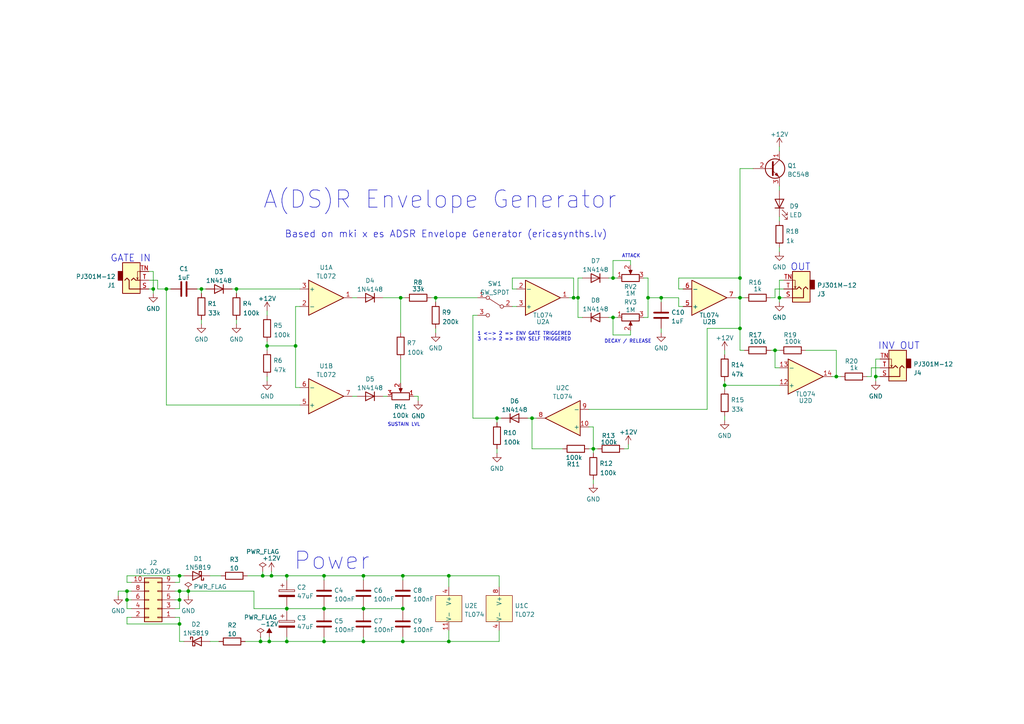
<source format=kicad_sch>
(kicad_sch (version 20211123) (generator eeschema)
  (paper "A4")
  (title_block (title "RW_EM_A(DS)R_EG_A") (date "2022-10-19") (rev "2022-10-19") (comment 1 "Licensed under CERN-OHL-S v2+") (comment 2 "https://github.com/sunfl0w/RW_EM"))
  (lib_symbols
    (symbol "Connector_Generic:Conn_02x05_Odd_Even" (pin_names (offset 1.016) hide)
      (property "Reference" "J" (at 1.27 7.62 0))
      (property "Value" "Conn_02x05_Odd_Even" (at 1.27 -7.62 0))
      (symbol "Conn_02x05_Odd_Even_1_1"
        (rectangle (start -1.27 -4.953) (end 0 -5.207) (stroke (width 0.1524)))
        (rectangle (start -1.27 -2.413) (end 0 -2.667) (stroke (width 0.1524)))
        (rectangle (start -1.27 0.127) (end 0 -0.127) (stroke (width 0.1524)))
        (rectangle (start -1.27 2.667) (end 0 2.413) (stroke (width 0.1524)))
        (rectangle (start -1.27 5.207) (end 0 4.953) (stroke (width 0.1524)))
        (rectangle (start -1.27 6.35) (end 3.81 -6.35) (stroke (width 0.254)) (fill (type background)))
        (rectangle (start 3.81 -4.953) (end 2.54 -5.207) (stroke (width 0.1524)))
        (rectangle (start 3.81 -2.413) (end 2.54 -2.667) (stroke (width 0.1524)))
        (rectangle (start 3.81 0.127) (end 2.54 -0.127) (stroke (width 0.1524)))
        (rectangle (start 3.81 2.667) (end 2.54 2.413) (stroke (width 0.1524)))
        (rectangle (start 3.81 5.207) (end 2.54 4.953) (stroke (width 0.1524)))
        (pin passive line (at -5.08 5.08 0) (length 3.81) (name "Pin_1") (number "1"))
        (pin passive line (at 7.62 -5.08 180) (length 3.81) (name "Pin_10") (number "10"))
        (pin passive line (at 7.62 5.08 180) (length 3.81) (name "Pin_2") (number "2"))
        (pin passive line (at -5.08 2.54 0) (length 3.81) (name "Pin_3") (number "3"))
        (pin passive line (at 7.62 2.54 180) (length 3.81) (name "Pin_4") (number "4"))
        (pin passive line (at -5.08 0 0) (length 3.81) (name "Pin_5") (number "5"))
        (pin passive line (at 7.62 0 180) (length 3.81) (name "Pin_6") (number "6"))
        (pin passive line (at -5.08 -2.54 0) (length 3.81) (name "Pin_7") (number "7"))
        (pin passive line (at 7.62 -2.54 180) (length 3.81) (name "Pin_8") (number "8"))
        (pin passive line (at -5.08 -5.08 0) (length 3.81) (name "Pin_9") (number "9"))
      )
    )
    (symbol "Device:C" (pin_numbers hide) (pin_names (offset 0.254))
      (property "Reference" "C" (at 0.635 2.54 0))
      (property "Value" "C" (at 0.635 -2.54 0))
      (symbol "C_0_1"
        (polyline (pts (xy -2.032 -0.762) (xy 2.032 -0.762)) (stroke (width 0.508)))
        (polyline (pts (xy -2.032 0.762) (xy 2.032 0.762)) (stroke (width 0.508)))
      )
      (symbol "C_1_1"
        (pin passive line (at 0 3.81 270) (length 2.794) (name "~") (number "1"))
        (pin passive line (at 0 -3.81 90) (length 2.794) (name "~") (number "2"))
      )
    )
    (symbol "Device:C_Polarized" (pin_numbers hide) (pin_names (offset 0.254))
      (property "Reference" "C" (at 0.635 2.54 0))
      (property "Value" "C_Polarized" (at 0.635 -2.54 0))
      (symbol "C_Polarized_0_1"
        (rectangle (start -2.286 0.508) (end 2.286 1.016))
        (polyline (pts (xy -1.778 2.286) (xy -0.762 2.286)))
        (polyline (pts (xy -1.27 2.794) (xy -1.27 1.778)))
        (rectangle (start 2.286 -0.508) (end -2.286 -1.016) (fill (type outline)))
      )
      (symbol "C_Polarized_1_1"
        (pin passive line (at 0 3.81 270) (length 2.794) (name "~") (number "1"))
        (pin passive line (at 0 -3.81 90) (length 2.794) (name "~") (number "2"))
      )
    )
    (symbol "Device:LED" (pin_numbers hide) (pin_names (offset 1.016) hide)
      (property "Reference" "D" (at 0 2.54 0))
      (property "Value" "LED" (at 0 -2.54 0))
      (symbol "LED_0_1"
        (polyline (pts (xy -1.27 -1.27) (xy -1.27 1.27)) (stroke (width 0.254)))
        (polyline (pts (xy -1.27 0) (xy 1.27 0)))
        (polyline (pts (xy 1.27 -1.27) (xy 1.27 1.27) (xy -1.27 0) (xy 1.27 -1.27)) (stroke (width 0.254)))
        (polyline (pts (xy -3.048 -0.762) (xy -4.572 -2.286) (xy -3.81 -2.286) (xy -4.572 -2.286) (xy -4.572 -1.524)))
        (polyline (pts (xy -1.778 -0.762) (xy -3.302 -2.286) (xy -2.54 -2.286) (xy -3.302 -2.286) (xy -3.302 -1.524)))
      )
      (symbol "LED_1_1"
        (pin passive line (at -3.81 0 0) (length 2.54) (name "K") (number "1"))
        (pin passive line (at 3.81 0 180) (length 2.54) (name "A") (number "2"))
      )
    )
    (symbol "Device:R" (pin_numbers hide) (pin_names (offset 0))
      (property "Reference" "R" (at 2.032 0 90))
      (property "Value" "R" (at 0 0 90))
      (symbol "R_0_1"
        (rectangle (start -1.016 -2.54) (end 1.016 2.54) (stroke (width 0.254)))
      )
      (symbol "R_1_1"
        (pin passive line (at 0 3.81 270) (length 1.27) (name "~") (number "1"))
        (pin passive line (at 0 -3.81 90) (length 1.27) (name "~") (number "2"))
      )
    )
    (symbol "Device:R_Potentiometer" (pin_names (offset 1.016) hide)
      (property "Reference" "RV" (at -4.445 0 90))
      (property "Value" "R_Potentiometer" (at -2.54 0 90))
      (symbol "R_Potentiometer_0_1"
        (polyline (pts (xy 2.54 0) (xy 1.524 0)))
        (polyline (pts (xy 1.143 0) (xy 2.286 0.508) (xy 2.286 -0.508) (xy 1.143 0)) (fill (type outline)))
        (rectangle (start 1.016 2.54) (end -1.016 -2.54) (stroke (width 0.254)))
      )
      (symbol "R_Potentiometer_1_1"
        (pin passive line (at 0 3.81 270) (length 1.27) (name "1") (number "1"))
        (pin passive line (at 3.81 0 180) (length 1.27) (name "2") (number "2"))
        (pin passive line (at 0 -3.81 90) (length 1.27) (name "3") (number "3"))
      )
    )
    (symbol "Diode:1N4148" (pin_numbers hide) (pin_names (offset 1.016) hide)
      (property "Reference" "D" (at 0 2.54 0))
      (property "Value" "1N4148" (at 0 -2.54 0))
      (symbol "1N4148_0_1"
        (polyline (pts (xy -1.27 1.27) (xy -1.27 -1.27)) (stroke (width 0.254)))
        (polyline (pts (xy 1.27 0) (xy -1.27 0)))
        (polyline (pts (xy 1.27 1.27) (xy 1.27 -1.27) (xy -1.27 0) (xy 1.27 1.27)) (stroke (width 0.254)))
      )
      (symbol "1N4148_1_1"
        (pin passive line (at -3.81 0 0) (length 2.54) (name "K") (number "1"))
        (pin passive line (at 3.81 0 180) (length 2.54) (name "A") (number "2"))
      )
    )
    (symbol "Diode:1N5819" (pin_numbers hide) (pin_names (offset 1.016) hide)
      (property "Reference" "D" (at 0 2.54 0))
      (property "Value" "1N5819" (at 0 -2.54 0))
      (symbol "1N5819_0_1"
        (polyline (pts (xy 1.27 0) (xy -1.27 0)))
        (polyline (pts (xy 1.27 1.27) (xy 1.27 -1.27) (xy -1.27 0) (xy 1.27 1.27)) (stroke (width 0.254)))
        (polyline (pts (xy -1.905 0.635) (xy -1.905 1.27) (xy -1.27 1.27) (xy -1.27 -1.27) (xy -0.635 -1.27) (xy -0.635 -0.635)) (stroke (width 0.254)))
      )
      (symbol "1N5819_1_1"
        (pin passive line (at -3.81 0 0) (length 2.54) (name "K") (number "1"))
        (pin passive line (at 3.81 0 180) (length 2.54) (name "A") (number "2"))
      )
    )
    (symbol "RW_EurorackModular:PJ301M-12"
      (property "Reference" "J" (at 0 8.89 0))
      (property "Value" "PJ301M-12" (at 0 6.35 0))
      (symbol "PJ301M-12_0_1"
        (rectangle (start -2.54 0) (end -3.81 -2.54) (stroke (width 0.254)) (fill (type outline)))
        (polyline (pts (xy 1.778 -0.254) (xy 2.032 -0.762)))
        (polyline (pts (xy 0 0) (xy 0.635 -0.635) (xy 1.27 0) (xy 2.54 0)) (stroke (width 0.254)))
        (polyline (pts (xy 2.54 -2.54) (xy 1.778 -2.54) (xy 1.778 -0.254) (xy 1.524 -0.762)))
        (polyline (pts (xy 2.54 2.54) (xy -0.635 2.54) (xy -0.635 0) (xy -1.27 -0.635) (xy -1.905 0)) (stroke (width 0.254)))
        (rectangle (start 2.54 3.81) (end -2.54 -5.08) (stroke (width 0.254)) (fill (type background)))
      )
      (symbol "PJ301M-12_1_1"
        (pin passive line (at 5.08 2.54 180) (length 2.54) (name "~") (number "S"))
        (pin passive line (at 5.08 0 180) (length 2.54) (name "~") (number "T"))
        (pin passive line (at 5.08 -2.54 180) (length 2.54) (name "~") (number "TN"))
      )
    )
    (symbol "RW_EurorackModular:TL072" (pin_names (offset 0.127))
      (property "Reference" "U" (at 0 5.08 0))
      (property "Value" "TL072" (at 0 -5.08 0))
      (symbol "TL072_1_1"
        (polyline (pts (xy -5.08 5.08) (xy 5.08 0) (xy -5.08 -5.08) (xy -5.08 5.08)) (stroke (width 0.254)) (fill (type background)))
        (pin output line (at 7.62 0 180) (length 2.54) (name "~") (number "1"))
        (pin input line (at -7.62 -2.54 0) (length 2.54) (name "-") (number "2"))
        (pin input line (at -7.62 2.54 0) (length 2.54) (name "+") (number "3"))
      )
      (symbol "TL072_2_1"
        (polyline (pts (xy -5.08 5.08) (xy 5.08 0) (xy -5.08 -5.08) (xy -5.08 5.08)) (stroke (width 0.254)) (fill (type background)))
        (pin input line (at -7.62 2.54 0) (length 2.54) (name "+") (number "5"))
        (pin input line (at -7.62 -2.54 0) (length 2.54) (name "-") (number "6"))
        (pin output line (at 7.62 0 180) (length 2.54) (name "~") (number "7"))
      )
      (symbol "TL072_3_1"
        (rectangle (start -6.35 3.81) (end 1.27 -3.81) (stroke (width 0.1524)) (fill (type background)))
        (pin power_in line (at -2.54 -6.35 90) (length 2.54) (name "V-") (number "4"))
        (pin power_in line (at -2.54 6.35 270) (length 2.54) (name "V+") (number "8"))
      )
    )
    (symbol "RW_EurorackModular:TL074" (pin_names (offset 0.127))
      (property "Reference" "U" (at 0 5.08 0))
      (property "Value" "TL074" (at 0 -5.08 0))
      (symbol "TL074_1_1"
        (polyline (pts (xy -5.08 5.08) (xy 5.08 0) (xy -5.08 -5.08) (xy -5.08 5.08)) (stroke (width 0.254)) (fill (type background)))
        (pin output line (at 7.62 0 180) (length 2.54) (name "~") (number "1"))
        (pin input line (at -7.62 -2.54 0) (length 2.54) (name "-") (number "2"))
        (pin input line (at -7.62 2.54 0) (length 2.54) (name "+") (number "3"))
      )
      (symbol "TL074_2_1"
        (polyline (pts (xy -5.08 5.08) (xy 5.08 0) (xy -5.08 -5.08) (xy -5.08 5.08)) (stroke (width 0.254)) (fill (type background)))
        (pin input line (at -7.62 2.54 0) (length 2.54) (name "+") (number "5"))
        (pin input line (at -7.62 -2.54 0) (length 2.54) (name "-") (number "6"))
        (pin output line (at 7.62 0 180) (length 2.54) (name "~") (number "7"))
      )
      (symbol "TL074_3_1"
        (polyline (pts (xy -5.08 5.08) (xy 5.08 0) (xy -5.08 -5.08) (xy -5.08 5.08)) (stroke (width 0.254)) (fill (type background)))
        (pin input line (at -7.62 2.54 0) (length 2.54) (name "+") (number "10"))
        (pin output line (at 7.62 0 180) (length 2.54) (name "~") (number "8"))
        (pin input line (at -7.62 -2.54 0) (length 2.54) (name "-") (number "9"))
      )
      (symbol "TL074_4_1"
        (polyline (pts (xy -5.08 5.08) (xy 5.08 0) (xy -5.08 -5.08) (xy -5.08 5.08)) (stroke (width 0.254)) (fill (type background)))
        (pin input line (at -7.62 2.54 0) (length 2.54) (name "+") (number "12"))
        (pin input line (at -7.62 -2.54 0) (length 2.54) (name "-") (number "13"))
        (pin output line (at 7.62 0 180) (length 2.54) (name "~") (number "14"))
      )
      (symbol "TL074_5_1"
        (rectangle (start -3.81 3.81) (end 3.81 -3.81) (stroke (width 0.1524)) (fill (type background)))
        (pin power_in line (at 0 -6.35 90) (length 2.54) (name "V-") (number "11"))
        (pin power_in line (at 0 6.35 270) (length 2.54) (name "V+") (number "4"))
      )
    )
    (symbol "Switch:SW_SPDT" (pin_names (offset 0) hide)
      (property "Reference" "SW" (at 0 4.318 0))
      (property "Value" "SW_SPDT" (at 0 -5.08 0))
      (symbol "SW_SPDT_0_0"
        (circle (center -2.032 0) (radius 0.508))
        (circle (center 2.032 -2.54) (radius 0.508))
      )
      (symbol "SW_SPDT_0_1"
        (polyline (pts (xy -1.524 0.254) (xy 1.651 2.286)))
        (circle (center 2.032 2.54) (radius 0.508))
      )
      (symbol "SW_SPDT_1_1"
        (pin passive line (at 5.08 2.54 180) (length 2.54) (name "A") (number "1"))
        (pin passive line (at -5.08 0 0) (length 2.54) (name "B") (number "2"))
        (pin passive line (at 5.08 -2.54 180) (length 2.54) (name "C") (number "3"))
      )
    )
    (symbol "Transistor_BJT:BC548" (pin_names (offset 0) hide)
      (property "Reference" "Q" (at 5.08 1.905 0))
      (property "Value" "BC548" (at 5.08 0 0))
      (symbol "BC548_0_1"
        (polyline (pts (xy 0 0) (xy 0.635 0)))
        (polyline (pts (xy 0.635 0.635) (xy 2.54 2.54)))
        (polyline (pts (xy 0.635 -0.635) (xy 2.54 -2.54) (xy 2.54 -2.54)))
        (polyline (pts (xy 0.635 1.905) (xy 0.635 -1.905) (xy 0.635 -1.905)) (stroke (width 0.508)))
        (polyline (pts (xy 1.27 -1.778) (xy 1.778 -1.27) (xy 2.286 -2.286) (xy 1.27 -1.778) (xy 1.27 -1.778)) (fill (type outline)))
        (circle (center 1.27 0) (radius 2.8194) (stroke (width 0.254)))
      )
      (symbol "BC548_1_1"
        (pin passive line (at 2.54 5.08 270) (length 2.54) (name "C") (number "1"))
        (pin input line (at -5.08 0 0) (length 5.08) (name "B") (number "2"))
        (pin passive line (at 2.54 -5.08 90) (length 2.54) (name "E") (number "3"))
      )
    )
    (symbol "power:+12V" (power) (pin_names (offset 0))
      (property "Value" "+12V" (at 0 3.556 0))
      (symbol "+12V_0_1"
        (polyline (pts (xy -0.762 1.27) (xy 0 2.54)))
        (polyline (pts (xy 0 0) (xy 0 2.54)))
        (polyline (pts (xy 0 2.54) (xy 0.762 1.27)))
      )
      (symbol "+12V_1_1"
        (pin power_in line (at 0 0 90) (length 0) hide (name "+12V") (number "1"))
      )
    )
    (symbol "power:-12V" (power) (pin_names (offset 0))
      (property "Value" "-12V" (at 0 3.81 0))
      (symbol "-12V_0_0"
        (pin power_in line (at 0 0 90) (length 0) hide (name "-12V") (number "1"))
      )
      (symbol "-12V_0_1"
        (polyline (pts (xy 0 0) (xy 0 1.27) (xy 0.762 1.27) (xy 0 2.54) (xy -0.762 1.27) (xy 0 1.27)) (fill (type outline)))
      )
    )
    (symbol "power:GND" (power) (pin_names (offset 0))
      (property "Value" "GND" (at 0 -3.81 0))
      (symbol "GND_0_1"
        (polyline (pts (xy 0 0) (xy 0 -1.27) (xy 1.27 -1.27) (xy 0 -2.54) (xy -1.27 -1.27) (xy 0 -1.27)))
      )
      (symbol "GND_1_1"
        (pin power_in line (at 0 0 270) (length 0) hide (name "GND") (number "1"))
      )
    )
    (symbol "power:PWR_FLAG" (power) (pin_numbers hide) (pin_names (offset 0) hide)
      (property "Value" "PWR_FLAG" (at 0 3.81 0))
      (symbol "PWR_FLAG_0_0"
        (pin power_out line (at 0 0 90) (length 0) (name "pwr") (number "1"))
      )
      (symbol "PWR_FLAG_0_1"
        (polyline (pts (xy 0 0) (xy 0 1.27) (xy -1.016 1.905) (xy 0 2.54) (xy 1.016 1.905) (xy 0 1.27)))
      )
    )
  )
  (junction (at 224.79 101.6))
  (junction (at 83.185 167.005))
  (junction (at 166.37 86.36))
  (junction (at 78.74 167.005))
  (junction (at 77.47 100.33))
  (junction (at 214.63 95.25))
  (junction (at 36.83 171.45))
  (junction (at 191.77 86.36))
  (junction (at 52.07 173.99))
  (junction (at 78.105 186.055))
  (junction (at 254 109.22))
  (junction (at 105.41 176.53))
  (junction (at 93.98 176.53))
  (junction (at 177.8 80.645))
  (junction (at 130.175 167.005))
  (junction (at 52.07 180.975))
  (junction (at 48.26 83.82))
  (junction (at 105.41 186.055))
  (junction (at 116.205 86.36))
  (junction (at 126.365 86.36))
  (junction (at 105.41 167.005))
  (junction (at 52.07 167.005))
  (junction (at 116.84 186.055))
  (junction (at 242.57 109.22))
  (junction (at 214.63 80.645))
  (junction (at 44.45 83.82))
  (junction (at 226.06 86.36))
  (junction (at 54.61 171.45))
  (junction (at 58.42 83.82))
  (junction (at 210.185 111.76))
  (junction (at 116.84 176.53))
  (junction (at 83.185 186.055))
  (junction (at 177.8 92.075))
  (junction (at 154.305 121.285))
  (junction (at 187.96 86.36))
  (junction (at 52.07 171.45))
  (junction (at 130.175 186.055))
  (junction (at 93.98 186.055))
  (junction (at 76.2 167.005))
  (junction (at 83.185 176.53))
  (junction (at 214.63 86.36))
  (junction (at 68.58 83.82))
  (junction (at 36.83 173.99))
  (junction (at 167.64 86.36))
  (junction (at 85.725 100.33))
  (junction (at 116.84 167.005))
  (junction (at 144.145 121.285))
  (junction (at 172.085 130.175))
  (junction (at 93.98 167.005))
  (junction (at 75.565 186.055))
  (wire (pts (xy 210.185 101.6) (xy 210.185 102.87)))
  (wire (pts (xy 182.245 128.905) (xy 182.245 130.175)))
  (wire (pts (xy 36.83 171.45) (xy 36.83 173.99)))
  (wire (pts (xy 226.06 86.36) (xy 227.33 86.36)))
  (wire (pts (xy 116.84 184.785) (xy 116.84 186.055)))
  (wire (pts (xy 116.84 176.53) (xy 116.84 177.165)))
  (wire (pts (xy 255.27 106.68) (xy 252.73 106.68)))
  (wire (pts (xy 52.07 186.055) (xy 53.34 186.055)))
  (wire (pts (xy 166.37 80.645) (xy 166.37 86.36)))
  (wire (pts (xy 36.83 179.07) (xy 36.83 180.975)))
  (wire (pts (xy 251.46 109.22) (xy 252.73 109.22)))
  (wire (pts (xy 34.29 171.45) (xy 34.29 172.72)))
  (wire (pts (xy 191.77 86.36) (xy 191.77 87.63)))
  (wire (pts (xy 36.83 180.975) (xy 52.07 180.975)))
  (wire (pts (xy 242.57 109.22) (xy 242.57 101.6)))
  (wire (pts (xy 224.79 101.6) (xy 226.06 101.6)))
  (wire (pts (xy 77.47 100.33) (xy 85.725 100.33)))
  (wire (pts (xy 148.59 88.9) (xy 149.86 88.9)))
  (wire (pts (xy 105.41 176.53) (xy 105.41 175.895)))
  (wire (pts (xy 48.26 83.82) (xy 49.53 83.82)))
  (wire (pts (xy 78.105 186.055) (xy 78.105 184.785)))
  (wire (pts (xy 50.8 173.99) (xy 52.07 173.99)))
  (wire (pts (xy 43.18 78.74) (xy 44.45 78.74)))
  (wire (pts (xy 52.07 173.99) (xy 52.07 176.53)))
  (wire (pts (xy 137.16 91.44) (xy 138.43 91.44)))
  (wire (pts (xy 205.105 95.25) (xy 214.63 95.25)))
  (wire (pts (xy 78.74 167.005) (xy 83.185 167.005)))
  (wire (pts (xy 38.1 168.91) (xy 36.83 168.91)))
  (wire (pts (xy 226.06 42.545) (xy 226.06 43.815)))
  (wire (pts (xy 45.72 83.82) (xy 48.26 83.82)))
  (wire (pts (xy 48.26 117.475) (xy 86.995 117.475)))
  (wire (pts (xy 167.64 86.36) (xy 167.64 80.645)))
  (wire (pts (xy 83.185 176.53) (xy 83.185 177.165)))
  (wire (pts (xy 196.85 86.36) (xy 196.85 88.9)))
  (wire (pts (xy 52.07 171.45) (xy 54.61 171.45)))
  (wire (pts (xy 60.96 167.005) (xy 64.135 167.005)))
  (wire (pts (xy 214.63 80.645) (xy 214.63 86.36)))
  (wire (pts (xy 68.58 83.82) (xy 68.58 85.09)))
  (wire (pts (xy 179.07 92.075) (xy 177.8 92.075)))
  (wire (pts (xy 214.63 95.25) (xy 214.63 101.6)))
  (wire (pts (xy 242.57 101.6) (xy 233.68 101.6)))
  (wire (pts (xy 43.18 81.28) (xy 45.72 81.28)))
  (wire (pts (xy 224.79 101.6) (xy 224.79 106.68)))
  (wire (pts (xy 93.98 175.895) (xy 93.98 176.53)))
  (wire (pts (xy 214.63 86.36) (xy 215.9 86.36)))
  (wire (pts (xy 226.06 53.975) (xy 226.06 55.245)))
  (wire (pts (xy 255.27 104.14) (xy 254 104.14)))
  (wire (pts (xy 126.365 86.36) (xy 138.43 86.36)))
  (wire (pts (xy 102.235 86.36) (xy 103.505 86.36)))
  (wire (pts (xy 144.78 186.055) (xy 144.78 182.88)))
  (wire (pts (xy 73.66 171.45) (xy 73.66 176.53)))
  (wire (pts (xy 116.205 86.36) (xy 117.475 86.36)))
  (wire (pts (xy 187.96 86.36) (xy 187.96 80.645)))
  (wire (pts (xy 210.185 111.76) (xy 210.185 113.03)))
  (wire (pts (xy 130.175 186.055) (xy 144.78 186.055)))
  (wire (pts (xy 144.78 170.18) (xy 144.78 167.005)))
  (wire (pts (xy 36.83 168.91) (xy 36.83 167.005)))
  (wire (pts (xy 223.52 101.6) (xy 224.79 101.6)))
  (wire (pts (xy 167.64 80.645) (xy 168.91 80.645)))
  (wire (pts (xy 154.305 130.175) (xy 154.305 121.285)))
  (wire (pts (xy 144.145 121.285) (xy 137.16 121.285)))
  (wire (pts (xy 52.07 180.975) (xy 52.07 179.07)))
  (wire (pts (xy 93.98 186.055) (xy 105.41 186.055)))
  (wire (pts (xy 144.145 121.285) (xy 145.415 121.285)))
  (wire (pts (xy 154.305 121.285) (xy 155.575 121.285)))
  (wire (pts (xy 58.42 83.82) (xy 58.42 85.09)))
  (wire (pts (xy 144.145 121.285) (xy 144.145 122.555)))
  (wire (pts (xy 68.58 92.71) (xy 68.58 93.98)))
  (wire (pts (xy 226.06 62.865) (xy 226.06 64.135)))
  (wire (pts (xy 137.16 121.285) (xy 137.16 91.44)))
  (wire (pts (xy 241.3 109.22) (xy 242.57 109.22)))
  (wire (pts (xy 163.195 130.175) (xy 154.305 130.175)))
  (wire (pts (xy 170.815 118.745) (xy 205.105 118.745)))
  (wire (pts (xy 227.33 81.28) (xy 226.06 81.28)))
  (wire (pts (xy 60.96 186.055) (xy 63.5 186.055)))
  (wire (pts (xy 116.205 96.52) (xy 116.205 86.36)))
  (wire (pts (xy 214.63 86.36) (xy 213.36 86.36)))
  (wire (pts (xy 78.74 167.005) (xy 78.74 165.735)))
  (wire (pts (xy 36.83 176.53) (xy 38.1 176.53)))
  (wire (pts (xy 191.77 86.36) (xy 196.85 86.36)))
  (wire (pts (xy 172.085 130.175) (xy 172.085 131.445)))
  (wire (pts (xy 226.06 71.755) (xy 226.06 73.025)))
  (wire (pts (xy 214.63 101.6) (xy 215.9 101.6)))
  (wire (pts (xy 196.85 80.645) (xy 214.63 80.645)))
  (wire (pts (xy 226.06 86.36) (xy 226.06 87.63)))
  (wire (pts (xy 105.41 186.055) (xy 116.84 186.055)))
  (wire (pts (xy 177.8 92.075) (xy 177.8 97.155)))
  (wire (pts (xy 44.45 83.82) (xy 44.45 85.09)))
  (wire (pts (xy 210.185 120.65) (xy 210.185 121.92)))
  (wire (pts (xy 83.185 168.275) (xy 83.185 167.005)))
  (wire (pts (xy 44.45 83.82) (xy 43.18 83.82)))
  (wire (pts (xy 187.96 80.645) (xy 186.69 80.645)))
  (wire (pts (xy 126.365 95.25) (xy 126.365 96.52)))
  (wire (pts (xy 48.26 117.475) (xy 48.26 83.82)))
  (wire (pts (xy 50.8 171.45) (xy 52.07 171.45)))
  (wire (pts (xy 214.63 86.36) (xy 214.63 95.25)))
  (wire (pts (xy 166.37 86.36) (xy 165.1 86.36)))
  (wire (pts (xy 242.57 109.22) (xy 243.84 109.22)))
  (wire (pts (xy 196.85 83.82) (xy 196.85 80.645)))
  (wire (pts (xy 93.98 186.055) (xy 93.98 184.785)))
  (wire (pts (xy 166.37 86.36) (xy 167.64 86.36)))
  (wire (pts (xy 85.725 100.33) (xy 85.725 112.395)))
  (wire (pts (xy 71.755 167.005) (xy 76.2 167.005)))
  (wire (pts (xy 105.41 176.53) (xy 116.84 176.53)))
  (wire (pts (xy 85.725 100.33) (xy 85.725 88.9)))
  (wire (pts (xy 58.42 92.71) (xy 58.42 93.98)))
  (wire (pts (xy 144.78 167.005) (xy 130.175 167.005)))
  (wire (pts (xy 179.07 80.645) (xy 177.8 80.645)))
  (wire (pts (xy 77.47 109.22) (xy 77.47 110.49)))
  (wire (pts (xy 78.105 186.055) (xy 83.185 186.055)))
  (wire (pts (xy 57.15 83.82) (xy 58.42 83.82)))
  (wire (pts (xy 186.69 92.075) (xy 187.96 92.075)))
  (wire (pts (xy 176.53 92.075) (xy 177.8 92.075)))
  (wire (pts (xy 176.53 80.645) (xy 177.8 80.645)))
  (wire (pts (xy 205.105 118.745) (xy 205.105 95.25)))
  (wire (pts (xy 75.565 186.055) (xy 75.565 184.785)))
  (wire (pts (xy 224.79 106.68) (xy 226.06 106.68)))
  (wire (pts (xy 77.47 90.17) (xy 77.47 91.44)))
  (wire (pts (xy 116.205 86.36) (xy 111.125 86.36)))
  (wire (pts (xy 177.8 97.155) (xy 182.88 97.155)))
  (wire (pts (xy 36.83 179.07) (xy 38.1 179.07)))
  (wire (pts (xy 214.63 48.895) (xy 218.44 48.895)))
  (wire (pts (xy 116.84 176.53) (xy 116.84 175.895)))
  (wire (pts (xy 252.73 106.68) (xy 252.73 109.22)))
  (wire (pts (xy 52.07 168.91) (xy 50.8 168.91)))
  (wire (pts (xy 77.47 100.33) (xy 77.47 101.6)))
  (wire (pts (xy 85.725 88.9) (xy 86.995 88.9)))
  (wire (pts (xy 77.47 99.06) (xy 77.47 100.33)))
  (wire (pts (xy 254 109.22) (xy 254 110.49)))
  (wire (pts (xy 210.185 110.49) (xy 210.185 111.76)))
  (wire (pts (xy 83.185 167.005) (xy 93.98 167.005)))
  (wire (pts (xy 54.61 171.45) (xy 54.61 172.72)))
  (wire (pts (xy 52.07 179.07) (xy 50.8 179.07)))
  (wire (pts (xy 93.98 176.53) (xy 93.98 177.165)))
  (wire (pts (xy 120.015 114.935) (xy 121.285 114.935)))
  (wire (pts (xy 83.185 186.055) (xy 93.98 186.055)))
  (wire (pts (xy 93.98 167.005) (xy 105.41 167.005)))
  (wire (pts (xy 126.365 86.36) (xy 126.365 87.63)))
  (wire (pts (xy 116.84 186.055) (xy 130.175 186.055)))
  (wire (pts (xy 111.125 114.935) (xy 112.395 114.935)))
  (wire (pts (xy 73.66 176.53) (xy 83.185 176.53)))
  (wire (pts (xy 105.41 176.53) (xy 105.41 177.165)))
  (wire (pts (xy 45.72 81.28) (xy 45.72 83.82)))
  (wire (pts (xy 172.085 130.175) (xy 170.815 130.175)))
  (wire (pts (xy 105.41 167.005) (xy 105.41 168.275)))
  (wire (pts (xy 182.88 75.565) (xy 182.88 76.835)))
  (wire (pts (xy 226.06 81.28) (xy 226.06 86.36)))
  (wire (pts (xy 172.085 139.065) (xy 172.085 140.335)))
  (wire (pts (xy 130.175 182.88) (xy 130.175 186.055)))
  (wire (pts (xy 93.98 176.53) (xy 105.41 176.53)))
  (wire (pts (xy 149.86 83.82) (xy 148.59 83.82)))
  (wire (pts (xy 254 109.22) (xy 255.27 109.22)))
  (wire (pts (xy 44.45 78.74) (xy 44.45 83.82)))
  (wire (pts (xy 198.12 83.82) (xy 196.85 83.82)))
  (wire (pts (xy 36.83 171.45) (xy 34.29 171.45)))
  (wire (pts (xy 76.2 167.005) (xy 78.74 167.005)))
  (wire (pts (xy 52.07 171.45) (xy 52.07 173.99)))
  (wire (pts (xy 130.175 167.005) (xy 116.84 167.005)))
  (wire (pts (xy 227.33 83.82) (xy 224.79 83.82)))
  (wire (pts (xy 36.83 173.99) (xy 38.1 173.99)))
  (wire (pts (xy 52.07 167.005) (xy 52.07 168.91)))
  (wire (pts (xy 125.095 86.36) (xy 126.365 86.36)))
  (wire (pts (xy 121.285 114.935) (xy 121.285 116.205)))
  (wire (pts (xy 170.815 123.825) (xy 172.085 123.825)))
  (wire (pts (xy 116.84 168.275) (xy 116.84 167.005)))
  (wire (pts (xy 36.83 173.99) (xy 36.83 176.53)))
  (wire (pts (xy 105.41 167.005) (xy 116.84 167.005)))
  (wire (pts (xy 167.64 92.075) (xy 168.91 92.075)))
  (wire (pts (xy 83.185 184.785) (xy 83.185 186.055)))
  (wire (pts (xy 182.245 130.175) (xy 180.975 130.175)))
  (wire (pts (xy 148.59 83.82) (xy 148.59 80.645)))
  (wire (pts (xy 182.88 97.155) (xy 182.88 95.885)))
  (wire (pts (xy 52.07 176.53) (xy 50.8 176.53)))
  (wire (pts (xy 172.085 130.175) (xy 173.355 130.175)))
  (wire (pts (xy 52.07 167.005) (xy 53.34 167.005)))
  (wire (pts (xy 187.96 92.075) (xy 187.96 86.36)))
  (wire (pts (xy 191.77 95.25) (xy 191.77 96.52)))
  (wire (pts (xy 71.12 186.055) (xy 75.565 186.055)))
  (wire (pts (xy 167.64 86.36) (xy 167.64 92.075)))
  (wire (pts (xy 76.2 167.005) (xy 76.2 165.735)))
  (wire (pts (xy 223.52 86.36) (xy 224.79 86.36)))
  (wire (pts (xy 36.83 167.005) (xy 52.07 167.005)))
  (wire (pts (xy 85.725 112.395) (xy 86.995 112.395)))
  (wire (pts (xy 144.145 130.175) (xy 144.145 131.445)))
  (wire (pts (xy 130.175 167.005) (xy 130.175 170.18)))
  (wire (pts (xy 177.8 75.565) (xy 182.88 75.565)))
  (wire (pts (xy 116.205 104.14) (xy 116.205 111.125)))
  (wire (pts (xy 93.98 168.275) (xy 93.98 167.005)))
  (wire (pts (xy 67.31 83.82) (xy 68.58 83.82)))
  (wire (pts (xy 105.41 184.785) (xy 105.41 186.055)))
  (wire (pts (xy 196.85 88.9) (xy 198.12 88.9)))
  (wire (pts (xy 83.185 176.53) (xy 93.98 176.53)))
  (wire (pts (xy 83.185 175.895) (xy 83.185 176.53)))
  (wire (pts (xy 254 104.14) (xy 254 109.22)))
  (wire (pts (xy 172.085 123.825) (xy 172.085 130.175)))
  (wire (pts (xy 75.565 186.055) (xy 78.105 186.055)))
  (wire (pts (xy 177.8 80.645) (xy 177.8 75.565)))
  (wire (pts (xy 187.96 86.36) (xy 191.77 86.36)))
  (wire (pts (xy 54.61 171.45) (xy 73.66 171.45)))
  (wire (pts (xy 224.79 83.82) (xy 224.79 86.36)))
  (wire (pts (xy 153.035 121.285) (xy 154.305 121.285)))
  (wire (pts (xy 210.185 111.76) (xy 226.06 111.76)))
  (wire (pts (xy 68.58 83.82) (xy 86.995 83.82)))
  (wire (pts (xy 52.07 180.975) (xy 52.07 186.055)))
  (wire (pts (xy 58.42 83.82) (xy 59.69 83.82)))
  (wire (pts (xy 214.63 80.645) (xy 214.63 48.895)))
  (wire (pts (xy 148.59 80.645) (xy 166.37 80.645)))
  (wire (pts (xy 38.1 171.45) (xy 36.83 171.45)))
  (wire (pts (xy 102.235 114.935) (xy 103.505 114.935)))
  (text "INV OUT" (at 254.635 101.6 0) (effects (font (size 2 2)) (justify left bottom)))
  (text "SUSTAIN LVL" (at 112.395 123.825 0) (effects (font (size 1 1)) (justify left bottom)))
  (text "1 <-> 2 => ENV GATE TRIGGERED\n3 <-> 2 => ENV SELF TRIGGERED" (at 138.43 99.06 0) (effects (font (size 1 1)) (justify left bottom)))
  (text "OUT" (at 229.235 78.74 0) (effects (font (size 2 2)) (justify left bottom)))
  (text "A(DS)R Envelope Generator" (at 76.2 60.96 0) (effects (font (size 5 5)) (justify left bottom)))
  (text "DECAY / RELEASE" (at 175.26 99.695 0) (effects (font (size 1 1)) (justify left bottom)))
  (text "ATTACK" (at 180.34 74.93 0) (effects (font (size 1 1)) (justify left bottom)))
  (text "GATE IN" (at 43.815 76.2 180) (effects (font (size 2 2)) (justify right bottom)))
  (text "Based on mki x es ADSR Envelope Generator (ericasynths.lv)" (at 82.55 69.215 0) (effects (font (size 2 2)) (justify left bottom)))
  (text "Power" (at 85.09 165.735 0) (effects (font (size 5 5)) (justify left bottom)))
  (symbol (lib_id "Device:R") (at 77.47 105.41 0) (unit 1)
    (property "Reference" "R6" (at 79.248 104.5753 0) (effects (justify left)))
    (property "Value" "47k" (at 79.375 107.315 0) (effects (justify left)))
    (property "Footprint" "Resistor_THT:R_Axial_DIN0207_L6.3mm_D2.5mm_P2.54mm_Vertical" (effects hide))
  )
  (symbol (lib_id "Device:R") (at 226.06 67.945 0) (unit 1)
    (property "Reference" "R18" (at 227.838 67.1103 0) (effects (justify left)))
    (property "Value" "1k" (at 227.965 69.85 0) (effects (justify left)))
    (property "Footprint" "Resistor_THT:R_Axial_DIN0207_L6.3mm_D2.5mm_P10.16mm_Horizontal" (effects hide))
  )
  (symbol (lib_id "Device:R") (at 67.945 167.005 90) (unit 1)
    (property "Reference" "R3" (at 67.945 162.2892 90))
    (property "Value" "10" (at 67.945 164.8261 90))
    (property "Footprint" "Resistor_THT:R_Axial_DIN0207_L6.3mm_D2.5mm_P10.16mm_Horizontal" (effects hide))
  )
  (symbol (lib_id "power:GND") (at 226.06 73.025 0) (unit 1)
    (property "Reference" "#PWR019" (effects hide))
    (property "Value" "GND" (at 226.06 77.4684 0))
  )
  (symbol (lib_id "power:GND") (at 226.06 87.63 0) (mirror y) (unit 1)
    (property "Reference" "#PWR020" (effects hide))
    (property "Value" "GND" (at 226.06 92.0734 0))
  )
  (symbol (lib_id "Device:R_Potentiometer") (at 116.205 114.935 270) (mirror x) (unit 1)
    (property "Reference" "RV1" (at 116.205 117.9814 90))
    (property "Value" "100k" (at 116.205 120.5183 90))
    (property "Footprint" "RW_EurorackModular:Potentiometer_R0904N_SongHuei" (effects hide))
  )
  (symbol (lib_id "RW_EurorackModular:TL072") (at 94.615 114.935 0) (mirror x) (unit 2)
    (property "Reference" "U1" (at 94.615 106.1552 0))
    (property "Value" "TL072" (at 94.615 108.6921 0))
    (property "Footprint" "Package_DIP:DIP-8_W7.62mm" (effects hide))
  )
  (symbol (lib_id "RW_EurorackModular:TL072") (at 147.32 176.53 0) (unit 3)
    (property "Reference" "U1" (at 149.3012 175.6953 0) (effects (justify left)))
    (property "Value" "TL072" (at 149.3012 178.2322 0) (effects (justify left)))
    (property "Footprint" "Package_DIP:DIP-8_W7.62mm" (effects hide))
  )
  (symbol (lib_id "power:-12V") (at 78.105 184.785 0) (unit 1)
    (property "Reference" "#PWR08" (effects hide))
    (property "Value" "-12V" (at 78.105 180.975 0))
  )
  (symbol (lib_id "Device:R") (at 247.65 109.22 90) (unit 1)
    (property "Reference" "R20" (at 248.92 104.775 90) (effects (justify left)))
    (property "Value" "1k" (at 248.92 106.68 90) (effects (justify left)))
    (property "Footprint" "Resistor_THT:R_Axial_DIN0207_L6.3mm_D2.5mm_P10.16mm_Horizontal" (effects hide))
  )
  (symbol (lib_id "Device:C") (at 105.41 172.085 0) (unit 1)
    (property "Reference" "C6" (at 108.331 171.2503 0) (effects (justify left)))
    (property "Value" "100nF" (at 108.331 173.7872 0) (effects (justify left)))
    (property "Footprint" "Capacitor_THT:C_Disc_D5.0mm_W2.5mm_P5.00mm" (effects hide))
  )
  (symbol (lib_id "power:+12V") (at 226.06 42.545 0) (unit 1)
    (property "Reference" "#PWR018" (effects hide))
    (property "Value" "+12V" (at 226.06 38.9692 0))
  )
  (symbol (lib_id "RW_EurorackModular:PJ301M-12") (at 232.41 83.82 180) (unit 1)
    (property "Reference" "J3" (at 236.982 85.2897 0) (effects (justify right)))
    (property "Value" "PJ301M-12" (at 236.982 82.7528 0) (effects (justify right)))
    (property "Footprint" "RW_EurorackModular:PJ301M-12" (effects hide))
  )
  (symbol (lib_id "power:GND") (at 144.145 131.445 0) (unit 1)
    (property "Reference" "#PWR012" (effects hide))
    (property "Value" "GND" (at 144.145 135.8884 0))
  )
  (symbol (lib_id "power:GND") (at 210.185 121.92 0) (unit 1)
    (property "Reference" "#PWR017" (effects hide))
    (property "Value" "GND" (at 210.185 126.3634 0))
  )
  (symbol (lib_id "Device:R") (at 67.31 186.055 90) (unit 1)
    (property "Reference" "R2" (at 67.31 181.3392 90))
    (property "Value" "10" (at 67.31 183.8761 90))
    (property "Footprint" "Resistor_THT:R_Axial_DIN0207_L6.3mm_D2.5mm_P10.16mm_Horizontal" (effects hide))
  )
  (symbol (lib_id "Device:R") (at 121.285 86.36 90) (unit 1)
    (property "Reference" "R8" (at 122.555 81.915 90) (effects (justify left)))
    (property "Value" "33k" (at 123.19 83.82 90) (effects (justify left)))
    (property "Footprint" "Resistor_THT:R_Axial_DIN0207_L6.3mm_D2.5mm_P2.54mm_Vertical" (effects hide))
  )
  (symbol (lib_id "Device:C") (at 191.77 91.44 180) (unit 1)
    (property "Reference" "C10" (at 194.691 90.6053 0) (effects (justify right)))
    (property "Value" "1uF" (at 194.691 93.1422 0) (effects (justify right)))
    (property "Footprint" "Capacitor_THT:C_Rect_L7.2mm_W3.5mm_P5.00mm_FKS2_FKP2_MKS2_MKP2" (effects hide))
  )
  (symbol (lib_id "Device:R") (at 58.42 88.9 0) (unit 1)
    (property "Reference" "R1" (at 60.198 88.0653 0) (effects (justify left)))
    (property "Value" "33k" (at 60.325 90.805 0) (effects (justify left)))
    (property "Footprint" "Resistor_THT:R_Axial_DIN0207_L6.3mm_D2.5mm_P2.54mm_Vertical" (effects hide))
  )
  (symbol (lib_id "RW_EurorackModular:TL074") (at 163.195 121.285 180) (unit 3)
    (property "Reference" "U2" (at 163.195 112.5052 0))
    (property "Value" "TL074" (at 163.195 115.0421 0))
    (property "Footprint" "Package_DIP:DIP-14_W7.62mm" (effects hide))
  )
  (symbol (lib_id "Diode:1N4148") (at 172.72 80.645 180) (unit 1)
    (property "Reference" "D7" (at 172.72 75.6752 0))
    (property "Value" "1N4148" (at 172.72 78.2121 0))
    (property "Footprint" "Diode_THT:D_DO-35_SOD27_P7.62mm_Horizontal" (effects hide))
    (property "Datasheet" "https://assets.nexperia.com/documents/data-sheet/1N4148_1N4448.pdf" (effects hide))
  )
  (symbol (lib_id "power:GND") (at 77.47 110.49 0) (unit 1)
    (property "Reference" "#PWR07" (effects hide))
    (property "Value" "GND" (at 77.47 114.9334 0))
  )
  (symbol (lib_id "power:+12V") (at 78.74 165.735 0) (unit 1)
    (property "Reference" "#PWR09" (effects hide))
    (property "Value" "+12V" (at 78.74 161.925 0))
  )
  (symbol (lib_id "Device:C_Polarized") (at 83.185 172.085 0) (unit 1)
    (property "Reference" "C2" (at 86.106 170.3613 0) (effects (justify left)))
    (property "Value" "47uF" (at 86.106 172.8982 0) (effects (justify left)))
    (property "Footprint" "Capacitor_THT:CP_Radial_D5.0mm_P2.00mm" (effects hide))
  )
  (symbol (lib_id "Device:C_Polarized") (at 83.185 180.975 0) (unit 1)
    (property "Reference" "C3" (at 86.106 179.2513 0) (effects (justify left)))
    (property "Value" "47uF" (at 86.106 181.7882 0) (effects (justify left)))
    (property "Footprint" "Capacitor_THT:CP_Radial_D5.0mm_P2.00mm" (effects hide))
  )
  (symbol (lib_id "power:GND") (at 126.365 96.52 0) (unit 1)
    (property "Reference" "#PWR011" (effects hide))
    (property "Value" "GND" (at 126.365 100.9634 0))
  )
  (symbol (lib_id "Device:C") (at 93.98 180.975 0) (unit 1)
    (property "Reference" "C5" (at 96.901 180.1403 0) (effects (justify left)))
    (property "Value" "100nF" (at 96.901 182.6772 0) (effects (justify left)))
    (property "Footprint" "Capacitor_THT:C_Disc_D5.0mm_W2.5mm_P5.00mm" (effects hide))
  )
  (symbol (lib_id "power:+12V") (at 182.245 128.905 0) (unit 1)
    (property "Reference" "#PWR014" (effects hide))
    (property "Value" "+12V" (at 182.245 125.3292 0))
  )
  (symbol (lib_id "Device:R") (at 229.87 101.6 90) (unit 1)
    (property "Reference" "R19" (at 231.14 97.155 90) (effects (justify left)))
    (property "Value" "100k" (at 232.41 99.06 90) (effects (justify left)))
    (property "Footprint" "Resistor_THT:R_Axial_DIN0207_L6.3mm_D2.5mm_P2.54mm_Vertical" (effects hide))
  )
  (symbol (lib_id "Device:R") (at 219.71 86.36 90) (unit 1)
    (property "Reference" "R16" (at 220.98 81.915 90) (effects (justify left)))
    (property "Value" "1k" (at 220.98 83.82 90) (effects (justify left)))
    (property "Footprint" "Resistor_THT:R_Axial_DIN0207_L6.3mm_D2.5mm_P10.16mm_Horizontal" (effects hide))
  )
  (symbol (lib_id "Diode:1N5819") (at 57.15 186.055 0) (unit 1)
    (property "Reference" "D2" (at 56.8325 181.0852 0))
    (property "Value" "1N5819" (at 56.8325 183.6221 0))
    (property "Footprint" "Diode_THT:D_DO-41_SOD81_P10.16mm_Horizontal" (effects hide))
    (property "Datasheet" "http://www.vishay.com/docs/88525/1n5817.pdf" (effects hide))
  )
  (symbol (lib_id "Device:R") (at 167.005 130.175 90) (unit 1)
    (property "Reference" "R11" (at 168.275 134.62 90) (effects (justify left)))
    (property "Value" "100k" (at 168.91 132.715 90) (effects (justify left)))
    (property "Footprint" "Resistor_THT:R_Axial_DIN0207_L6.3mm_D2.5mm_P2.54mm_Vertical" (effects hide))
  )
  (symbol (lib_id "power:PWR_FLAG") (at 76.2 165.735 0) (unit 1)
    (property "Reference" "#FLG03" (effects hide))
    (property "Value" "PWR_FLAG" (at 76.2 160.02 0))
  )
  (symbol (lib_id "power:GND") (at 68.58 93.98 0) (unit 1)
    (property "Reference" "#PWR05" (effects hide))
    (property "Value" "GND" (at 68.58 98.4234 0))
  )
  (symbol (lib_id "Diode:1N4148") (at 107.315 86.36 180) (unit 1)
    (property "Reference" "D4" (at 107.315 81.3902 0))
    (property "Value" "1N4148" (at 107.315 83.9271 0))
    (property "Footprint" "Diode_THT:D_DO-35_SOD27_P7.62mm_Horizontal" (effects hide))
    (property "Datasheet" "https://assets.nexperia.com/documents/data-sheet/1N4148_1N4448.pdf" (effects hide))
  )
  (symbol (lib_id "Switch:SW_SPDT") (at 143.51 88.9 0) (mirror y) (unit 1)
    (property "Reference" "SW1" (at 143.51 82.2792 0))
    (property "Value" "SW_SPDT" (at 143.51 84.8161 0))
    (property "Footprint" "RW_EurorackModular:Toggle_Switch_PINS_SPDT" (effects hide))
  )
  (symbol (lib_id "power:GND") (at 54.61 172.72 0) (unit 1)
    (property "Reference" "#PWR03" (effects hide))
    (property "Value" "GND" (at 54.61 177.1634 0))
  )
  (symbol (lib_id "Device:R") (at 144.145 126.365 0) (unit 1)
    (property "Reference" "R10" (at 145.923 125.5303 0) (effects (justify left)))
    (property "Value" "100k" (at 146.05 128.27 0) (effects (justify left)))
    (property "Footprint" "Resistor_THT:R_Axial_DIN0207_L6.3mm_D2.5mm_P2.54mm_Vertical" (effects hide))
  )
  (symbol (lib_id "power:GND") (at 254 110.49 0) (mirror y) (unit 1)
    (property "Reference" "#PWR021" (effects hide))
    (property "Value" "GND" (at 254 114.9334 0))
  )
  (symbol (lib_id "Device:R") (at 68.58 88.9 0) (unit 1)
    (property "Reference" "R4" (at 70.358 88.0653 0) (effects (justify left)))
    (property "Value" "100k" (at 70.485 90.805 0) (effects (justify left)))
    (property "Footprint" "Resistor_THT:R_Axial_DIN0207_L6.3mm_D2.5mm_P2.54mm_Vertical" (effects hide))
  )
  (symbol (lib_id "power:GND") (at 191.77 96.52 0) (unit 1)
    (property "Reference" "#PWR015" (effects hide))
    (property "Value" "GND" (at 191.77 100.9634 0))
  )
  (symbol (lib_id "Device:LED") (at 226.06 59.055 90) (unit 1)
    (property "Reference" "D9" (at 228.981 59.8078 90) (effects (justify right)))
    (property "Value" "LED" (at 228.981 62.3447 90) (effects (justify right)))
    (property "Footprint" "LED_THT:LED_D5.0mm" (effects hide))
  )
  (symbol (lib_id "power:+12V") (at 77.47 90.17 0) (unit 1)
    (property "Reference" "#PWR06" (effects hide))
    (property "Value" "+12V" (at 77.47 86.5942 0))
  )
  (symbol (lib_id "power:+12V") (at 210.185 101.6 0) (unit 1)
    (property "Reference" "#PWR016" (effects hide))
    (property "Value" "+12V" (at 210.185 98.0242 0))
  )
  (symbol (lib_id "Device:R") (at 177.165 130.175 90) (unit 1)
    (property "Reference" "R13" (at 178.435 126.365 90) (effects (justify left)))
    (property "Value" "100k" (at 179.07 128.27 90) (effects (justify left)))
    (property "Footprint" "Resistor_THT:R_Axial_DIN0207_L6.3mm_D2.5mm_P2.54mm_Vertical" (effects hide))
  )
  (symbol (lib_id "Diode:1N5819") (at 57.15 167.005 180) (unit 1)
    (property "Reference" "D1" (at 57.4675 162.0352 0))
    (property "Value" "1N5819" (at 57.4675 164.5721 0))
    (property "Footprint" "Diode_THT:D_DO-41_SOD81_P10.16mm_Horizontal" (effects hide))
    (property "Datasheet" "http://www.vishay.com/docs/88525/1n5817.pdf" (effects hide))
  )
  (symbol (lib_id "Device:C") (at 116.84 172.085 0) (unit 1)
    (property "Reference" "C8" (at 119.761 171.2503 0) (effects (justify left)))
    (property "Value" "100nF" (at 119.761 173.7872 0) (effects (justify left)))
    (property "Footprint" "Capacitor_THT:C_Disc_D5.0mm_W2.5mm_P5.00mm" (effects hide))
  )
  (symbol (lib_id "power:GND") (at 121.285 116.205 0) (unit 1)
    (property "Reference" "#PWR010" (effects hide))
    (property "Value" "GND" (at 121.285 120.6484 0))
  )
  (symbol (lib_id "Device:R_Potentiometer") (at 182.88 80.645 90) (unit 1)
    (property "Reference" "RV2" (at 182.88 83.185 90))
    (property "Value" "1M" (at 182.88 85.09 90))
    (property "Footprint" "RW_EurorackModular:Potentiometer_R0904N_SongHuei" (effects hide))
  )
  (symbol (lib_id "Diode:1N4148") (at 149.225 121.285 0) (unit 1)
    (property "Reference" "D6" (at 149.225 116.3152 0))
    (property "Value" "1N4148" (at 149.225 118.8521 0))
    (property "Footprint" "Diode_THT:D_DO-35_SOD27_P7.62mm_Horizontal" (effects hide))
    (property "Datasheet" "https://assets.nexperia.com/documents/data-sheet/1N4148_1N4448.pdf" (effects hide))
  )
  (symbol (lib_id "Device:R_Potentiometer") (at 182.88 92.075 90) (mirror x) (unit 1)
    (property "Reference" "RV3" (at 182.88 87.63 90))
    (property "Value" "1M" (at 182.88 89.8961 90))
    (property "Footprint" "RW_EurorackModular:Potentiometer_R0904N_SongHuei" (effects hide))
  )
  (symbol (lib_id "RW_EurorackModular:TL074") (at 157.48 86.36 0) (mirror x) (unit 1)
    (property "Reference" "U2" (at 157.48 93.345 0))
    (property "Value" "TL074" (at 157.48 91.44 0))
    (property "Footprint" "Package_DIP:DIP-14_W7.62mm" (effects hide))
  )
  (symbol (lib_id "Device:R") (at 172.085 135.255 0) (unit 1)
    (property "Reference" "R12" (at 173.863 134.4203 0) (effects (justify left)))
    (property "Value" "100k" (at 173.99 137.16 0) (effects (justify left)))
    (property "Footprint" "Resistor_THT:R_Axial_DIN0207_L6.3mm_D2.5mm_P2.54mm_Vertical" (effects hide))
  )
  (symbol (lib_id "RW_EurorackModular:TL074") (at 205.74 86.36 0) (mirror x) (unit 2)
    (property "Reference" "U2" (at 205.74 93.345 0))
    (property "Value" "TL074" (at 205.74 91.44 0))
    (property "Footprint" "Package_DIP:DIP-14_W7.62mm" (effects hide))
  )
  (symbol (lib_id "Device:R") (at 210.185 116.84 0) (unit 1)
    (property "Reference" "R15" (at 211.963 116.0053 0) (effects (justify left)))
    (property "Value" "33k" (at 212.09 118.745 0) (effects (justify left)))
    (property "Footprint" "Resistor_THT:R_Axial_DIN0207_L6.3mm_D2.5mm_P2.54mm_Vertical" (effects hide))
  )
  (symbol (lib_id "RW_EurorackModular:TL074") (at 233.68 109.22 0) (mirror x) (unit 4)
    (property "Reference" "U2" (at 233.68 116.205 0))
    (property "Value" "TL074" (at 233.68 114.3 0))
    (property "Footprint" "Package_DIP:DIP-14_W7.62mm" (effects hide))
  )
  (symbol (lib_id "power:PWR_FLAG") (at 54.61 171.45 0) (unit 1)
    (property "Reference" "#FLG01" (effects hide))
    (property "Value" "PWR_FLAG" (at 60.96 170.18 0))
  )
  (symbol (lib_id "power:PWR_FLAG") (at 75.565 184.785 0) (unit 1)
    (property "Reference" "#FLG02" (effects hide))
    (property "Value" "PWR_FLAG" (at 75.565 179.07 0))
  )
  (symbol (lib_id "Device:C") (at 105.41 180.975 0) (unit 1)
    (property "Reference" "C7" (at 108.331 180.1403 0) (effects (justify left)))
    (property "Value" "100nF" (at 108.331 182.6772 0) (effects (justify left)))
    (property "Footprint" "Capacitor_THT:C_Disc_D5.0mm_W2.5mm_P5.00mm" (effects hide))
  )
  (symbol (lib_id "Diode:1N4148") (at 107.315 114.935 180) (unit 1)
    (property "Reference" "D5" (at 107.315 109.9652 0))
    (property "Value" "1N4148" (at 107.315 112.5021 0))
    (property "Footprint" "Diode_THT:D_DO-35_SOD27_P7.62mm_Horizontal" (effects hide))
    (property "Datasheet" "https://assets.nexperia.com/documents/data-sheet/1N4148_1N4448.pdf" (effects hide))
  )
  (symbol (lib_id "Connector_Generic:Conn_02x05_Odd_Even") (at 45.72 173.99 180) (unit 1)
    (property "Reference" "J2" (at 44.45 163.195 0))
    (property "Value" "IDC_02x05" (at 44.45 165.735 0))
    (property "Footprint" "Connector_IDC:IDC-Header_2x05_P2.54mm_Vertical" (effects hide))
  )
  (symbol (lib_id "Device:C") (at 53.34 83.82 90) (unit 1)
    (property "Reference" "C1" (at 53.34 77.9612 90))
    (property "Value" "1uF" (at 53.34 80.4981 90))
    (property "Footprint" "Capacitor_THT:C_Rect_L7.2mm_W3.5mm_P5.00mm_FKS2_FKP2_MKS2_MKP2" (effects hide))
  )
  (symbol (lib_id "power:GND") (at 172.085 140.335 0) (unit 1)
    (property "Reference" "#PWR013" (effects hide))
    (property "Value" "GND" (at 172.085 144.7784 0))
  )
  (symbol (lib_id "Diode:1N4148") (at 63.5 83.82 180) (unit 1)
    (property "Reference" "D3" (at 63.5 78.8502 0))
    (property "Value" "1N4148" (at 63.5 81.3871 0))
    (property "Footprint" "Diode_THT:D_DO-35_SOD27_P7.62mm_Horizontal" (effects hide))
    (property "Datasheet" "https://assets.nexperia.com/documents/data-sheet/1N4148_1N4448.pdf" (effects hide))
  )
  (symbol (lib_id "power:GND") (at 58.42 93.98 0) (unit 1)
    (property "Reference" "#PWR04" (effects hide))
    (property "Value" "GND" (at 58.42 98.4234 0))
  )
  (symbol (lib_id "Device:R") (at 126.365 91.44 0) (unit 1)
    (property "Reference" "R9" (at 128.143 90.6053 0) (effects (justify left)))
    (property "Value" "200k" (at 128.27 93.345 0) (effects (justify left)))
    (property "Footprint" "Resistor_THT:R_Axial_DIN0207_L6.3mm_D2.5mm_P2.54mm_Vertical" (effects hide))
  )
  (symbol (lib_id "Device:R") (at 77.47 95.25 0) (unit 1)
    (property "Reference" "R5" (at 79.248 94.4153 0) (effects (justify left)))
    (property "Value" "100k" (at 79.375 97.155 0) (effects (justify left)))
    (property "Footprint" "Resistor_THT:R_Axial_DIN0207_L6.3mm_D2.5mm_P2.54mm_Vertical" (effects hide))
  )
  (symbol (lib_id "RW_EurorackModular:TL074") (at 130.175 176.53 0) (unit 5)
    (property "Reference" "U2" (at 134.6962 175.6953 0) (effects (justify left)))
    (property "Value" "TL074" (at 134.6962 178.2322 0) (effects (justify left)))
    (property "Footprint" "Package_DIP:DIP-14_W7.62mm" (effects hide))
  )
  (symbol (lib_id "Device:R") (at 210.185 106.68 0) (unit 1)
    (property "Reference" "R14" (at 211.963 105.8453 0) (effects (justify left)))
    (property "Value" "47k" (at 212.09 108.585 0) (effects (justify left)))
    (property "Footprint" "Resistor_THT:R_Axial_DIN0207_L6.3mm_D2.5mm_P2.54mm_Vertical" (effects hide))
  )
  (symbol (lib_id "Device:R") (at 219.71 101.6 90) (unit 1)
    (property "Reference" "R17" (at 220.98 97.155 90) (effects (justify left)))
    (property "Value" "100k" (at 222.25 99.06 90) (effects (justify left)))
    (property "Footprint" "Resistor_THT:R_Axial_DIN0207_L6.3mm_D2.5mm_P2.54mm_Vertical" (effects hide))
  )
  (symbol (lib_id "RW_EurorackModular:PJ301M-12") (at 260.35 106.68 180) (unit 1)
    (property "Reference" "J4" (at 264.922 108.1497 0) (effects (justify right)))
    (property "Value" "PJ301M-12" (at 264.922 105.6128 0) (effects (justify right)))
    (property "Footprint" "RW_EurorackModular:PJ301M-12" (effects hide))
  )
  (symbol (lib_id "power:GND") (at 44.45 85.09 0) (unit 1)
    (property "Reference" "#PWR02" (effects hide))
    (property "Value" "GND" (at 44.45 89.5334 0))
  )
  (symbol (lib_id "Device:R") (at 116.205 100.33 0) (unit 1)
    (property "Reference" "R7" (at 117.983 99.4953 0) (effects (justify left)))
    (property "Value" "100k" (at 118.11 102.235 0) (effects (justify left)))
    (property "Footprint" "Resistor_THT:R_Axial_DIN0207_L6.3mm_D2.5mm_P2.54mm_Vertical" (effects hide))
  )
  (symbol (lib_id "RW_EurorackModular:TL072") (at 94.615 86.36 0) (unit 1)
    (property "Reference" "U1" (at 94.615 77.5802 0))
    (property "Value" "TL072" (at 94.615 80.1171 0))
    (property "Footprint" "Package_DIP:DIP-8_W7.62mm" (effects hide))
  )
  (symbol (lib_id "RW_EurorackModular:PJ301M-12") (at 38.1 81.28 0) (mirror x) (unit 1)
    (property "Reference" "J1" (at 33.528 82.7497 0) (effects (justify right)))
    (property "Value" "PJ301M-12" (at 33.528 80.2128 0) (effects (justify right)))
    (property "Footprint" "RW_EurorackModular:PJ301M-12" (effects hide))
  )
  (symbol (lib_id "Device:C") (at 116.84 180.975 0) (unit 1)
    (property "Reference" "C9" (at 119.761 180.1403 0) (effects (justify left)))
    (property "Value" "100nF" (at 119.761 182.6772 0) (effects (justify left)))
    (property "Footprint" "Capacitor_THT:C_Disc_D5.0mm_W2.5mm_P5.00mm" (effects hide))
  )
  (symbol (lib_id "Diode:1N4148") (at 172.72 92.075 0) (unit 1)
    (property "Reference" "D8" (at 172.72 87.1052 0))
    (property "Value" "1N4148" (at 172.72 89.6421 0))
    (property "Footprint" "Diode_THT:D_DO-35_SOD27_P7.62mm_Horizontal" (effects hide))
    (property "Datasheet" "https://assets.nexperia.com/documents/data-sheet/1N4148_1N4448.pdf" (effects hide))
  )
  (symbol (lib_id "Device:C") (at 93.98 172.085 0) (unit 1)
    (property "Reference" "C4" (at 96.901 171.2503 0) (effects (justify left)))
    (property "Value" "100nF" (at 96.901 173.7872 0) (effects (justify left)))
    (property "Footprint" "Capacitor_THT:C_Disc_D5.0mm_W2.5mm_P5.00mm" (effects hide))
  )
  (symbol (lib_id "power:GND") (at 34.29 172.72 0) (unit 1)
    (property "Reference" "#PWR01" (effects hide))
    (property "Value" "GND" (at 34.29 177.1634 0))
  )
  (symbol (lib_id "Transistor_BJT:BC548") (at 223.52 48.895 0) (unit 1)
    (property "Reference" "Q1" (at 228.3714 48.0603 0) (effects (justify left)))
    (property "Value" "BC548" (at 228.3714 50.5972 0) (effects (justify left)))
    (property "Footprint" "Package_TO_SOT_THT:TO-92_Inline" (effects hide))
    (property "Datasheet" "https://www.onsemi.com/pub/Collateral/BC550-D.pdf" (effects hide))
  )
)
</source>
